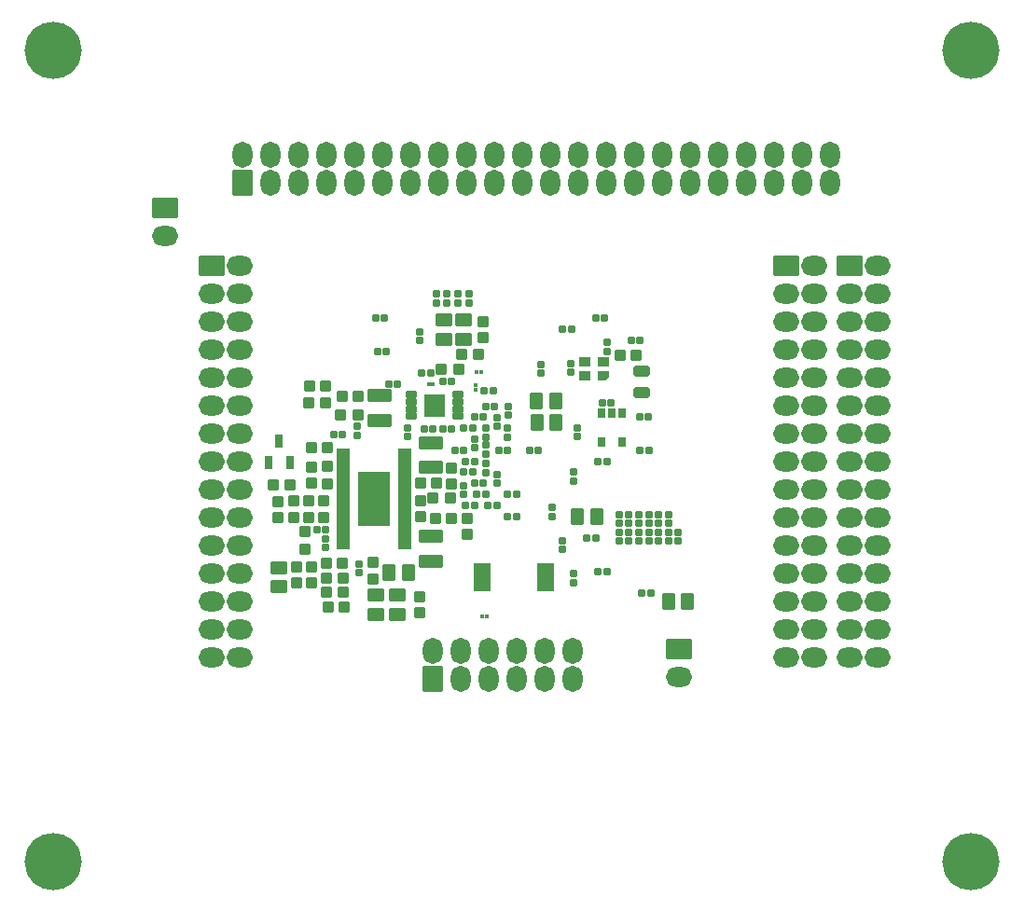
<source format=gbr>
G04 --- HEADER BEGIN --- *
G04 #@! TF.GenerationSoftware,LibrePCB,LibrePCB,1.1.0*
G04 #@! TF.CreationDate,2024-09-08T17:15:58*
G04 #@! TF.ProjectId,flasher,f4b07f79-14a2-4070-9d7d-1f686dcb10c4,v1*
G04 #@! TF.Part,Single*
G04 #@! TF.SameCoordinates*
G04 #@! TF.FileFunction,Soldermask,Bot*
G04 #@! TF.FilePolarity,Negative*
%FSLAX66Y66*%
%MOMM*%
G01*
G75*
G04 --- HEADER END --- *
G04 --- APERTURE LIST BEGIN --- *
%AMROUNDEDRECT10*20,1,1.15,-0.625,0.0,0.625,0.0,90.0*20,1,0.95,-0.725,0.0,0.725,0.0,90.0*1,1,0.2,-0.475,-0.625*1,1,0.2,-0.475,0.625*1,1,0.2,0.475,0.625*1,1,0.2,0.475,-0.625*%
%ADD10ROUNDEDRECT10*%
%AMROUNDEDRECT11*20,1,0.6,-0.25,0.0,0.25,0.0,90.0*20,1,0.4,-0.35,0.0,0.35,0.0,90.0*1,1,0.2,-0.2,-0.25*1,1,0.2,-0.2,0.25*1,1,0.2,0.2,0.25*1,1,0.2,0.2,-0.25*%
%ADD11ROUNDEDRECT11*%
%AMROUNDEDRECT12*20,1,0.7,-0.35,0.0,0.35,0.0,90.0*20,1,0.5,-0.45,0.0,0.45,0.0,90.0*1,1,0.2,-0.25,-0.35*1,1,0.2,-0.25,0.35*1,1,0.2,0.25,0.35*1,1,0.2,0.25,-0.35*%
%ADD12ROUNDEDRECT12*%
%AMROUNDEDRECT13*20,1,0.65,-0.525,0.0,0.525,0.0,0.0*20,1,0.45,-0.625,0.0,0.625,0.0,0.0*1,1,0.2,-0.525,0.225*1,1,0.2,0.525,0.225*1,1,0.2,0.525,-0.225*1,1,0.2,-0.525,-0.225*%
%ADD13ROUNDEDRECT13*%
%AMROUNDEDRECT14*20,1,2.94,-2.375,0.0,2.375,0.0,90.0*20,1,2.74,-2.475,0.0,2.475,0.0,90.0*1,1,0.2,-1.37,-2.375*1,1,0.2,-1.37,2.375*1,1,0.2,1.37,2.375*1,1,0.2,1.37,-2.375*%
%ADD14ROUNDEDRECT14*%
%ADD15O,2.39X1.787*%
%AMROUNDEDRECT16*20,1,1.787,-1.095,0.0,1.095,0.0,0.0*20,1,1.587,-1.195,0.0,1.195,0.0,0.0*1,1,0.2,-1.095,0.7935*1,1,0.2,1.095,0.7935*1,1,0.2,1.095,-0.7935*1,1,0.2,-1.095,-0.7935*%
%ADD16ROUNDEDRECT16*%
%AMROUNDEDRECT17*20,1,0.6,-0.25,0.0,0.25,0.0,0.0*20,1,0.4,-0.35,0.0,0.35,0.0,0.0*1,1,0.2,-0.25,0.2*1,1,0.2,0.25,0.2*1,1,0.2,0.25,-0.2*1,1,0.2,-0.25,-0.2*%
%ADD17ROUNDEDRECT17*%
%AMROUNDEDRECT18*20,1,1.15,-0.625,0.0,0.625,0.0,0.0*20,1,0.95,-0.725,0.0,0.725,0.0,0.0*1,1,0.2,-0.625,0.475*1,1,0.2,0.625,0.475*1,1,0.2,0.625,-0.475*1,1,0.2,-0.625,-0.475*%
%ADD18ROUNDEDRECT18*%
%AMROUNDEDRECT19*20,1,1.15,-1.0,0.0,1.0,0.0,0.0*20,1,0.95,-1.1,0.0,1.1,0.0,0.0*1,1,0.2,-1.0,0.475*1,1,0.2,1.0,0.475*1,1,0.2,1.0,-0.475*1,1,0.2,-1.0,-0.475*%
%ADD19ROUNDEDRECT19*%
%AMROUNDEDRECT20*20,1,0.62,-0.4445,0.0,0.4445,0.0,0.0*20,1,0.42,-0.5445,0.0,0.5445,0.0,0.0*1,1,0.2,-0.4445,0.21*1,1,0.2,0.4445,0.21*1,1,0.2,0.4445,-0.21*1,1,0.2,-0.4445,-0.21*%
%ADD20ROUNDEDRECT20*%
%AMROUNDEDRECT21*20,1,1.88,-0.94,0.0,0.94,0.0,90.0*20,1,1.68,-1.04,0.0,1.04,0.0,90.0*1,1,0.2,-0.84,-0.94*1,1,0.2,-0.84,0.94*1,1,0.2,0.84,0.94*1,1,0.2,0.84,-0.94*%
%ADD21ROUNDEDRECT21*%
%AMROUNDEDRECT22*20,1,0.95,-0.4,0.0,0.4,0.0,0.0*20,1,0.75,-0.5,0.0,0.5,0.0,0.0*1,1,0.2,-0.4,0.375*1,1,0.2,0.4,0.375*1,1,0.2,0.4,-0.375*1,1,0.2,-0.4,-0.375*%
%ADD22ROUNDEDRECT22*%
%AMROUNDEDRECT23*20,1,0.9,-0.4,0.0,0.4,0.0,0.0*20,1,0.7,-0.5,0.0,0.5,0.0,0.0*1,1,0.2,-0.4,0.35*1,1,0.2,0.4,0.35*1,1,0.2,0.4,-0.35*1,1,0.2,-0.4,-0.35*%
%ADD23ROUNDEDRECT23*%
%AMOUTLINE24*4,1,13,-0.409327,-0.4805,-0.45,-0.4,-0.45,0.4,-0.4305,0.459327,-0.35,0.5,0.125,0.5,0.195711,0.470711,0.420711,0.245711,0.45,0.175,0.45,-0.4,0.4305,-0.459327,0.35,-0.5,-0.35,-0.5,-0.409327,-0.4805,270.0*%
%ADD24OUTLINE24*%
%AMROUNDEDRECT25*20,1,0.95,-0.4,0.0,0.4,0.0,90.0*20,1,0.75,-0.5,0.0,0.5,0.0,90.0*1,1,0.2,-0.375,-0.4*1,1,0.2,-0.375,0.4*1,1,0.2,0.375,0.4*1,1,0.2,0.375,-0.4*%
%ADD25ROUNDEDRECT25*%
%AMROUNDEDRECT26*20,1,0.4,-0.1,0.0,0.1,0.0,0.0*20,1,0.2,-0.2,0.0,0.2,0.0,0.0*1,1,0.2,-0.1,0.1*1,1,0.2,0.1,0.1*1,1,0.2,0.1,-0.1*1,1,0.2,-0.1,-0.1*%
%ADD26ROUNDEDRECT26*%
%AMROUNDEDRECT27*20,1,1.0,-0.425,0.0,0.425,0.0,0.0*20,1,0.8,-0.525,0.0,0.525,0.0,0.0*1,1,0.2,-0.425,0.4*1,1,0.2,0.425,0.4*1,1,0.2,0.425,-0.4*1,1,0.2,-0.425,-0.4*%
%ADD27ROUNDEDRECT27*%
%AMROUNDEDRECT28*20,1,1.0,-0.425,0.0,0.425,0.0,90.0*20,1,0.8,-0.525,0.0,0.525,0.0,90.0*1,1,0.2,-0.4,-0.425*1,1,0.2,-0.4,0.425*1,1,0.2,0.4,0.425*1,1,0.2,0.4,-0.425*%
%ADD28ROUNDEDRECT28*%
%AMROUNDEDRECT29*20,1,0.95,-0.625,0.0,0.625,0.0,0.0*20,1,0.75,-0.725,0.0,0.725,0.0,0.0*1,1,0.2,-0.625,0.375*1,1,0.2,0.625,0.375*1,1,0.2,0.625,-0.375*1,1,0.2,-0.625,-0.375*%
%ADD29ROUNDEDRECT29*%
%ADD30O,1.787X2.39*%
%AMROUNDEDRECT31*20,1,1.787,-1.095,0.0,1.095,0.0,90.0*20,1,1.587,-1.195,0.0,1.195,0.0,90.0*1,1,0.2,-0.7935,-1.095*1,1,0.2,-0.7935,1.095*1,1,0.2,0.7935,1.095*1,1,0.2,0.7935,-1.095*%
%ADD31ROUNDEDRECT31*%
%AMROUNDEDRECT32*20,1,1.5,-1.2,0.0,1.2,0.0,90.0*20,1,1.3,-1.3,0.0,1.3,0.0,90.0*1,1,0.2,-0.65,-1.2*1,1,0.2,-0.65,1.2*1,1,0.2,0.65,1.2*1,1,0.2,0.65,-1.2*%
%ADD32ROUNDEDRECT32*%
%AMROUNDEDRECT33*20,1,0.76,-0.475,0.0,0.475,0.0,90.0*20,1,0.56,-0.575,0.0,0.575,0.0,90.0*1,1,0.2,-0.28,-0.475*1,1,0.2,-0.28,0.475*1,1,0.2,0.28,0.475*1,1,0.2,0.28,-0.475*%
%ADD33ROUNDEDRECT33*%
%ADD34C,5.2*%
G04 --- APERTURE LIST END --- *
G04 --- BOARD BEGIN --- *
D10*
G04 #@! TO.C,C66*
X14097000Y-13214000D03*
X15847000Y-13214000D03*
D11*
G04 #@! TO.C,C43*
X-1499000Y-4476000D03*
X-2299000Y-4476000D03*
G04 #@! TO.C,C44*
X-3500000Y-4475000D03*
X-4300000Y-4475000D03*
D12*
G04 #@! TO.C,XTAL2*
X9917000Y3862000D03*
X8017000Y1242000D03*
X9917000Y1242000D03*
X8967000Y3862000D03*
X8017000Y3862000D03*
D11*
G04 #@! TO.C,C71*
X-500000Y-5480000D03*
X300000Y-5480000D03*
D13*
G04 #@! TO.C,VREG1*
X-9855028Y-2925000D03*
X-15405028Y325000D03*
X-15405028Y-7475000D03*
X-15405028Y-1625000D03*
X-9855028Y-4225000D03*
X-15405028Y-8125000D03*
X-9855028Y-6825000D03*
X-15405028Y-2925000D03*
X-9855028Y-3575000D03*
X-9855028Y-975000D03*
X-15405028Y-5525000D03*
X-9855028Y-325000D03*
X-15405028Y-6825000D03*
X-9855028Y-2275000D03*
X-9855028Y-8125000D03*
X-9855028Y325000D03*
X-9855028Y-4875000D03*
X-15405028Y-325000D03*
X-15405028Y-975000D03*
D14*
X-12630028Y-3900000D03*
D13*
X-9855028Y-7475000D03*
X-9855028Y-6175000D03*
X-15405028Y-4875000D03*
X-15405028Y-6175000D03*
X-9855028Y-5525000D03*
X-15405028Y-4225000D03*
X-15405028Y-2275000D03*
X-15405028Y-3575000D03*
X-9855028Y-1625000D03*
D15*
G04 #@! TO.C,J2*
X-24804000Y-10630000D03*
X-24804000Y17310000D03*
X-24804000Y-3010000D03*
X-24804000Y9690000D03*
X-27344000Y-470000D03*
X-27344000Y14770000D03*
X-24804000Y2070000D03*
X-24804000Y12230000D03*
X-24804000Y-8090000D03*
X-24804000Y4610000D03*
X-24804000Y-13170000D03*
X-27344000Y7150000D03*
D16*
X-27344000Y17310000D03*
D15*
X-27344000Y-10630000D03*
X-27344000Y2070000D03*
X-27344000Y-5550000D03*
X-27344000Y4610000D03*
X-27344000Y9690000D03*
X-27344000Y12230000D03*
X-24804000Y14770000D03*
X-24804000Y-15710000D03*
X-27344000Y-18250000D03*
X-27344000Y-3010000D03*
X-24804000Y-18250000D03*
X-24804000Y-470000D03*
X-24804000Y-5550000D03*
X-27344000Y-8090000D03*
X-27344000Y-15710000D03*
X-24804000Y7150000D03*
X-27344000Y-13170000D03*
D11*
G04 #@! TO.C,C59*
X-11499000Y9522000D03*
X-12299000Y9522000D03*
D17*
G04 #@! TO.C,C6*
X3499000Y-5475000D03*
X3499000Y-4675000D03*
D18*
G04 #@! TO.C,C24*
X-6300000Y12375000D03*
X-6300000Y10625000D03*
D19*
G04 #@! TO.C,L4*
X-12098000Y5486000D03*
X-12098000Y3236000D03*
D11*
G04 #@! TO.C,C78*
X-4500000Y2525000D03*
X-3700000Y2525000D03*
D20*
G04 #@! TO.C,VREG2*
X-9213028Y3611000D03*
X-9213028Y5561000D03*
X-4993028Y4261000D03*
X-4993028Y5561000D03*
X-9213028Y4911000D03*
X-4993028Y4911000D03*
X-4993028Y3611000D03*
D21*
X-7103028Y4586000D03*
D20*
X-9213028Y4261000D03*
D17*
G04 #@! TO.C,C88*
X9600000Y-6900000D03*
X9600000Y-7700000D03*
D22*
G04 #@! TO.C,R10*
X-18900000Y-8425000D03*
X-18900000Y-6875000D03*
D11*
G04 #@! TO.C,C56*
X8501000Y-471000D03*
X7701000Y-471000D03*
D23*
G04 #@! TO.C,OSC1*
X6500000Y8524000D03*
X6500000Y7274000D03*
X8150000Y8524000D03*
D24*
X8150000Y7274000D03*
D11*
G04 #@! TO.C,C53*
X11457000Y3528000D03*
X12257000Y3528000D03*
G04 #@! TO.C,C40*
X-3501000Y-2475000D03*
X-2701000Y-2475000D03*
D19*
G04 #@! TO.C,L2*
X-7500000Y-9525000D03*
X-7500000Y-7275000D03*
D17*
G04 #@! TO.C,C99*
X-7000000Y14700000D03*
X-7000000Y13900000D03*
D18*
G04 #@! TO.C,C18*
X-12500000Y-12625000D03*
X-12500000Y-14375000D03*
D11*
G04 #@! TO.C,C32*
X-6393000Y2500000D03*
X-5593000Y2500000D03*
D17*
G04 #@! TO.C,C75*
X-4500000Y-3475000D03*
X-4500000Y-2675000D03*
G04 #@! TO.C,C90*
X11400000Y-6900000D03*
X11400000Y-7700000D03*
D25*
G04 #@! TO.C,R18*
X-3157000Y9240000D03*
X-4707000Y9240000D03*
G04 #@! TO.C,R14*
X-18555000Y4824000D03*
X-17005000Y4824000D03*
D17*
G04 #@! TO.C,C47*
X-3500000Y1525000D03*
X-3500000Y725000D03*
G04 #@! TO.C,C91*
X12300000Y-6900000D03*
X12300000Y-7700000D03*
G04 #@! TO.C,C92*
X13200000Y-6900000D03*
X13200000Y-7700000D03*
G04 #@! TO.C,C54*
X-8470000Y10507000D03*
X-8470000Y11307000D03*
D22*
G04 #@! TO.C,R4*
X-18560000Y-4055000D03*
X-18560000Y-5605000D03*
D26*
G04 #@! TO.C,R15*
X-3400000Y6000000D03*
X-3400000Y6400000D03*
D17*
G04 #@! TO.C,C14*
X-14000000Y-9800000D03*
X-14000000Y-10600000D03*
G04 #@! TO.C,C4*
X-1476000Y3500000D03*
X-1476000Y2700000D03*
D11*
G04 #@! TO.C,C72*
X-501000Y-3476000D03*
X299000Y-3476000D03*
D22*
G04 #@! TO.C,R7*
X-12735000Y-9625000D03*
X-12735000Y-11175000D03*
D27*
G04 #@! TO.C,C22*
X-17070000Y6385000D03*
X-18520000Y6385000D03*
D17*
G04 #@! TO.C,C102*
X-4000000Y14700000D03*
X-4000000Y13900000D03*
G04 #@! TO.C,C37*
X-14200000Y1900000D03*
X-14200000Y2700000D03*
D11*
G04 #@! TO.C,C94*
X12500000Y-12475000D03*
X11700000Y-12475000D03*
D25*
G04 #@! TO.C,R11*
X-16948000Y-11056000D03*
X-15398000Y-11056000D03*
D26*
G04 #@! TO.C,R28*
X-2418000Y-14538000D03*
X-2818000Y-14538000D03*
D17*
G04 #@! TO.C,C87*
X14100000Y-5300000D03*
X14100000Y-6100000D03*
D28*
G04 #@! TO.C,C36*
X-19670000Y-11527972D03*
X-19670000Y-10077972D03*
D18*
G04 #@! TO.C,C34*
X-21270000Y-10128000D03*
X-21270000Y-11878000D03*
D28*
G04 #@! TO.C,C15*
X-4200000Y-5675000D03*
X-4200000Y-7125000D03*
D17*
G04 #@! TO.C,C65*
X5200000Y8427000D03*
X5200000Y7627000D03*
D18*
G04 #@! TO.C,C25*
X-4500000Y12375000D03*
X-4500000Y10625000D03*
D28*
G04 #@! TO.C,C21*
X-5600000Y-1075000D03*
X-5600000Y-2525000D03*
D17*
G04 #@! TO.C,C84*
X11400000Y-5300000D03*
X11400000Y-6100000D03*
D26*
G04 #@! TO.C,R17*
X-7670000Y6490000D03*
X-7270000Y6490000D03*
D11*
G04 #@! TO.C,C23*
X-15495000Y1975000D03*
X-16295000Y1975000D03*
D17*
G04 #@! TO.C,C100*
X-6000000Y14700000D03*
X-6000000Y13900000D03*
D11*
G04 #@! TO.C,C41*
X-3500000Y-475000D03*
X-4300000Y-475000D03*
D22*
G04 #@! TO.C,R3*
X-19934000Y-5605000D03*
X-19934000Y-4055000D03*
D17*
G04 #@! TO.C,C82*
X13200000Y-5300000D03*
X13200000Y-6100000D03*
D25*
G04 #@! TO.C,R12*
X-15398000Y-12387000D03*
X-16948000Y-12387000D03*
D28*
G04 #@! TO.C,C9*
X-8400000Y-5525000D03*
X-8400000Y-4075000D03*
D15*
G04 #@! TO.C,J4*
X-31589000Y19991000D03*
D16*
X-31589000Y22531000D03*
D17*
G04 #@! TO.C,C98*
X-2500000Y-700000D03*
X-2500000Y-1500000D03*
D11*
G04 #@! TO.C,C60*
X8500000Y-10472000D03*
X7700000Y-10472000D03*
D27*
G04 #@! TO.C,C30*
X-15538000Y5461000D03*
X-14088000Y5461000D03*
D11*
G04 #@! TO.C,C31*
X-1817000Y5959000D03*
X-2617000Y5959000D03*
D25*
G04 #@! TO.C,R5*
X-5725000Y-3800000D03*
X-7275000Y-3800000D03*
D22*
G04 #@! TO.C,R8*
X-17200000Y-4055000D03*
X-17200000Y-5605000D03*
D17*
G04 #@! TO.C,C1*
X-2499000Y2524000D03*
X-2499000Y1724000D03*
D25*
G04 #@! TO.C,R19*
X-4953000Y7920000D03*
X-6503000Y7920000D03*
D17*
G04 #@! TO.C,C2*
X-474000Y4500000D03*
X-474000Y3700000D03*
D28*
G04 #@! TO.C,C20*
X-8500000Y-14225000D03*
X-8500000Y-12775000D03*
D11*
G04 #@! TO.C,C69*
X-7493000Y7523000D03*
X-8293000Y7523000D03*
D27*
G04 #@! TO.C,C16*
X-15377000Y-13714000D03*
X-16827000Y-13714000D03*
D15*
G04 #@! TO.C,J6*
X27340000Y-13170000D03*
X27340000Y14770000D03*
X27340000Y2070000D03*
X24800000Y-8090000D03*
X27340000Y12230000D03*
X24800000Y4610000D03*
X27340000Y-15710000D03*
X27340000Y-470000D03*
X24800000Y-3010000D03*
X24800000Y7150000D03*
X24800000Y2070000D03*
X24800000Y12230000D03*
X27340000Y17310000D03*
X27340000Y-8090000D03*
X24800000Y-10630000D03*
X24800000Y-13170000D03*
X27340000Y9690000D03*
X27340000Y-3010000D03*
X24800000Y9690000D03*
X27340000Y-5550000D03*
X24800000Y-470000D03*
X27340000Y-18250000D03*
D16*
X24800000Y17310000D03*
D15*
X24800000Y14770000D03*
X27340000Y7150000D03*
X27340000Y4610000D03*
X24800000Y-18250000D03*
X24800000Y-5550000D03*
X24800000Y-15710000D03*
X27340000Y-10630000D03*
D11*
G04 #@! TO.C,C63*
X7500000Y12524000D03*
X8300000Y12524000D03*
D27*
G04 #@! TO.C,C39*
X11175000Y9124000D03*
X9725000Y9124000D03*
D10*
G04 #@! TO.C,C49*
X5825000Y-5476000D03*
X7575000Y-5476000D03*
D17*
G04 #@! TO.C,C62*
X2500000Y7525000D03*
X2500000Y8325000D03*
G04 #@! TO.C,C46*
X-500000Y2524000D03*
X-500000Y1724000D03*
D27*
G04 #@! TO.C,C28*
X-5613000Y-5641000D03*
X-7063000Y-5641000D03*
D11*
G04 #@! TO.C,C13*
X-17800000Y-6700000D03*
X-17000000Y-6700000D03*
D17*
G04 #@! TO.C,C79*
X-9618000Y2549000D03*
X-9618000Y1749000D03*
D11*
G04 #@! TO.C,C64*
X11500000Y10524000D03*
X10700000Y10524000D03*
D25*
G04 #@! TO.C,R21*
X-21800000Y-2650000D03*
X-20250000Y-2650000D03*
D29*
G04 #@! TO.C,R27*
X11665000Y7674000D03*
X11665000Y5724000D03*
D11*
G04 #@! TO.C,C5*
X-3501000Y3525000D03*
X-2701000Y3525000D03*
D17*
G04 #@! TO.C,C12*
X-17000000Y-8300000D03*
X-17000000Y-7500000D03*
D10*
G04 #@! TO.C,C8*
X3875000Y5000000D03*
X2125000Y5000000D03*
D17*
G04 #@! TO.C,C86*
X9600000Y-5300000D03*
X9600000Y-6100000D03*
G04 #@! TO.C,C81*
X15000000Y-6900000D03*
X15000000Y-7700000D03*
D11*
G04 #@! TO.C,C68*
X-12500000Y12522000D03*
X-11700000Y12522000D03*
D28*
G04 #@! TO.C,C11*
X-18300000Y-1025000D03*
X-18300000Y-2475000D03*
D11*
G04 #@! TO.C,C50*
X-10500000Y6524000D03*
X-11300000Y6524000D03*
G04 #@! TO.C,C70*
X-8100000Y2500000D03*
X-7300000Y2500000D03*
G04 #@! TO.C,C38*
X8092000Y4812000D03*
X8892000Y4812000D03*
D26*
G04 #@! TO.C,R16*
X-2900000Y7600000D03*
X-3300000Y7600000D03*
D17*
G04 #@! TO.C,C93*
X14100000Y-6900000D03*
X14100000Y-7700000D03*
D11*
G04 #@! TO.C,C77*
X-4500000Y524000D03*
X-5300000Y524000D03*
D30*
G04 #@! TO.C,J1*
X26202000Y27340000D03*
X-14438000Y24800000D03*
X-19518000Y27340000D03*
X26202000Y24800000D03*
X-1738000Y24800000D03*
X5882000Y27340000D03*
X-19518000Y24800000D03*
X-4278000Y24800000D03*
X28742000Y27340000D03*
X-16978000Y27340000D03*
X23662000Y27340000D03*
X10962000Y27340000D03*
X13502000Y24800000D03*
D31*
X-24598000Y24800000D03*
D30*
X10962000Y24800000D03*
X16042000Y27340000D03*
X-22058000Y24800000D03*
X5882000Y24800000D03*
X3342000Y27340000D03*
X-24598000Y27340000D03*
X8422000Y27340000D03*
X-6818000Y27340000D03*
X802000Y27340000D03*
X21122000Y27340000D03*
X28742000Y24800000D03*
X-9358000Y24800000D03*
X16042000Y24800000D03*
X-22058000Y27340000D03*
X8422000Y24800000D03*
X-16978000Y24800000D03*
X-11898000Y24800000D03*
X18582000Y24800000D03*
X-1738000Y27340000D03*
X21122000Y24800000D03*
X802000Y24800000D03*
X-4278000Y27340000D03*
X18582000Y27340000D03*
X3342000Y24800000D03*
X-6818000Y24800000D03*
X13502000Y27340000D03*
X-11898000Y27340000D03*
X-9358000Y27340000D03*
X23662000Y24800000D03*
X-14438000Y27340000D03*
D28*
G04 #@! TO.C,C95*
X-21400000Y-5555000D03*
X-21400000Y-4105000D03*
D11*
G04 #@! TO.C,C76*
X-4500000Y-1475000D03*
X-3700000Y-1475000D03*
D27*
G04 #@! TO.C,C27*
X-6943000Y-2489000D03*
X-8393000Y-2489000D03*
D11*
G04 #@! TO.C,C3*
X-2501000Y4525000D03*
X-1701000Y4525000D03*
D17*
G04 #@! TO.C,C52*
X5501000Y-11476000D03*
X5501000Y-10676000D03*
G04 #@! TO.C,C58*
X5809000Y2564000D03*
X5809000Y1764000D03*
D18*
G04 #@! TO.C,C19*
X-10500000Y-12625000D03*
X-10500000Y-14375000D03*
D27*
G04 #@! TO.C,C17*
X-16927000Y-9723000D03*
X-15477000Y-9723000D03*
D17*
G04 #@! TO.C,C51*
X8500000Y9525000D03*
X8500000Y10325000D03*
D32*
G04 #@! TO.C,C80*
X-2775000Y-11000000D03*
X2975000Y-11000000D03*
D17*
G04 #@! TO.C,C7*
X4499000Y-8472000D03*
X4499000Y-7672000D03*
G04 #@! TO.C,C55*
X5499000Y-1475000D03*
X5499000Y-2275000D03*
D15*
G04 #@! TO.C,J8*
X15040000Y-20070000D03*
D16*
X15040000Y-17530000D03*
D28*
G04 #@! TO.C,C35*
X-18270000Y-11528000D03*
X-18270000Y-10078000D03*
D11*
G04 #@! TO.C,C45*
X-2500000Y-3475000D03*
X-3300000Y-3475000D03*
G04 #@! TO.C,C33*
X-5593000Y6771000D03*
X-6393000Y6771000D03*
G04 #@! TO.C,C57*
X11501000Y524000D03*
X12301000Y524000D03*
D19*
G04 #@! TO.C,L3*
X-7500000Y1225000D03*
X-7500000Y-1025000D03*
D11*
G04 #@! TO.C,C61*
X1500000Y525000D03*
X2300000Y525000D03*
D10*
G04 #@! TO.C,C103*
X-11275000Y-10600000D03*
X-9525000Y-10600000D03*
D25*
G04 #@! TO.C,R13*
X-14105000Y3735000D03*
X-15655000Y3735000D03*
D17*
G04 #@! TO.C,C85*
X10500000Y-5300000D03*
X10500000Y-6100000D03*
G04 #@! TO.C,C97*
X-2500000Y1000000D03*
X-2500000Y200000D03*
D33*
G04 #@! TO.C,T3*
X-21236000Y1392028D03*
X-22186000Y-557972D03*
X-20286000Y-557972D03*
D11*
G04 #@! TO.C,C48*
X7497000Y-7472000D03*
X6697000Y-7472000D03*
D17*
G04 #@! TO.C,C83*
X12300000Y-5300000D03*
X12300000Y-6100000D03*
G04 #@! TO.C,C89*
X10500000Y-6900000D03*
X10500000Y-7700000D03*
D15*
G04 #@! TO.C,J3*
X33070000Y-10630000D03*
X33070000Y17310000D03*
X33070000Y-3010000D03*
X33070000Y9690000D03*
X30530000Y-470000D03*
X30530000Y14770000D03*
X33070000Y2070000D03*
X33070000Y12230000D03*
X33070000Y-8090000D03*
X33070000Y4610000D03*
X33070000Y-13170000D03*
X30530000Y7150000D03*
D16*
X30530000Y17310000D03*
D15*
X30530000Y-10630000D03*
X30530000Y2070000D03*
X30530000Y-5550000D03*
X30530000Y4610000D03*
X30530000Y9690000D03*
X30530000Y12230000D03*
X33070000Y14770000D03*
X33070000Y-15710000D03*
X30530000Y-18250000D03*
X30530000Y-3010000D03*
X33070000Y-18250000D03*
X33070000Y-470000D03*
X33070000Y-5550000D03*
X30530000Y-8090000D03*
X30530000Y-15710000D03*
X33070000Y7150000D03*
X30530000Y-13170000D03*
D11*
G04 #@! TO.C,C67*
X4489000Y11524000D03*
X5289000Y11524000D03*
D30*
G04 #@! TO.C,J5*
X2817000Y-20270000D03*
D31*
X-7343000Y-20270000D03*
D30*
X-4803000Y-17730000D03*
X-2263000Y-20270000D03*
X-7343000Y-17730000D03*
X-4803000Y-20270000D03*
X-2263000Y-17730000D03*
X2817000Y-17730000D03*
X5357000Y-20270000D03*
X5357000Y-17730000D03*
X277000Y-17730000D03*
X277000Y-20270000D03*
D10*
G04 #@! TO.C,C73*
X2151000Y3013000D03*
X3901000Y3013000D03*
D28*
G04 #@! TO.C,C26*
X-2700000Y10775000D03*
X-2700000Y12225000D03*
D17*
G04 #@! TO.C,C101*
X-5000000Y14700000D03*
X-5000000Y13900000D03*
D27*
G04 #@! TO.C,C10*
X-18325000Y800000D03*
X-16875000Y800000D03*
D22*
G04 #@! TO.C,R9*
X-16900000Y-947000D03*
X-16900000Y-2497000D03*
D17*
G04 #@! TO.C,C42*
X-1500000Y-1676000D03*
X-1500000Y-2476000D03*
D11*
G04 #@! TO.C,C74*
X-500000Y524000D03*
X-1300000Y524000D03*
D34*
G04 #@! TD*
X-41775000Y-36825000D03*
X41570000Y36835000D03*
X41570000Y-36825000D03*
X-41775000Y36835000D03*
G04 --- BOARD END --- *
G04 #@! TF.MD5,f3bdb16691a4de75f98d47960606720e*
M02*

</source>
